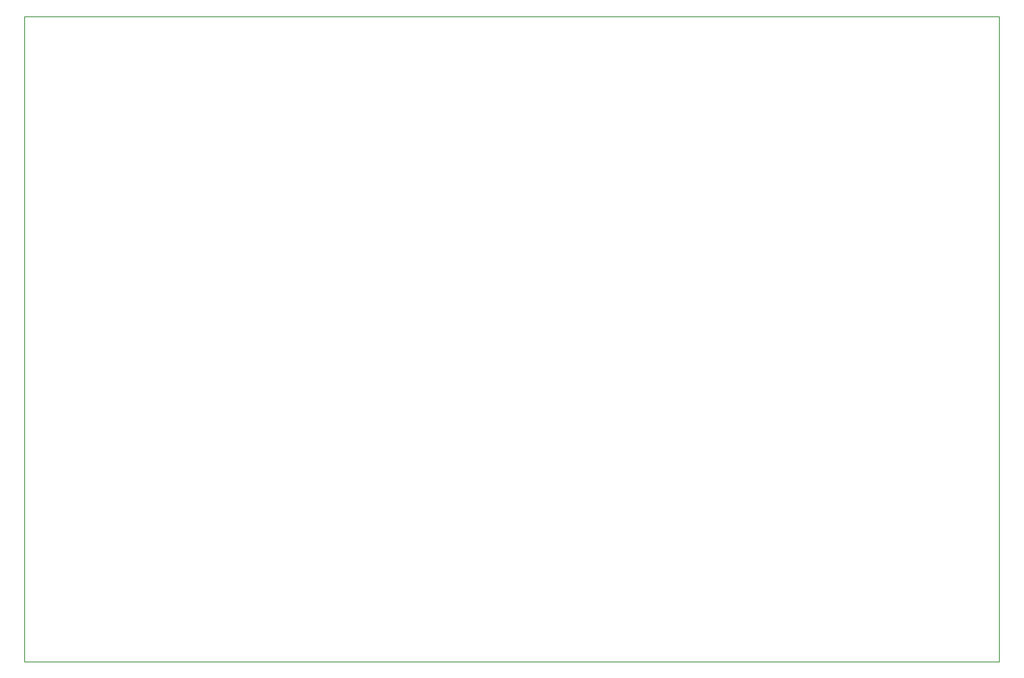
<source format=gbr>
%TF.GenerationSoftware,KiCad,Pcbnew,(5.1.9)-1*%
%TF.CreationDate,2021-03-17T19:06:28+01:00*%
%TF.ProjectId,Nvum_CNC_expander,4e76756d-5f43-44e4-935f-657870616e64,1*%
%TF.SameCoordinates,Original*%
%TF.FileFunction,Profile,NP*%
%FSLAX46Y46*%
G04 Gerber Fmt 4.6, Leading zero omitted, Abs format (unit mm)*
G04 Created by KiCad (PCBNEW (5.1.9)-1) date 2021-03-17 19:06:28*
%MOMM*%
%LPD*%
G01*
G04 APERTURE LIST*
%TA.AperFunction,Profile*%
%ADD10C,0.050000*%
%TD*%
G04 APERTURE END LIST*
D10*
X24130000Y-116840000D02*
X24130000Y-46990000D01*
X129540000Y-116840000D02*
X24130000Y-116840000D01*
X129540000Y-46990000D02*
X129540000Y-116840000D01*
X24130000Y-46990000D02*
X129540000Y-46990000D01*
M02*

</source>
